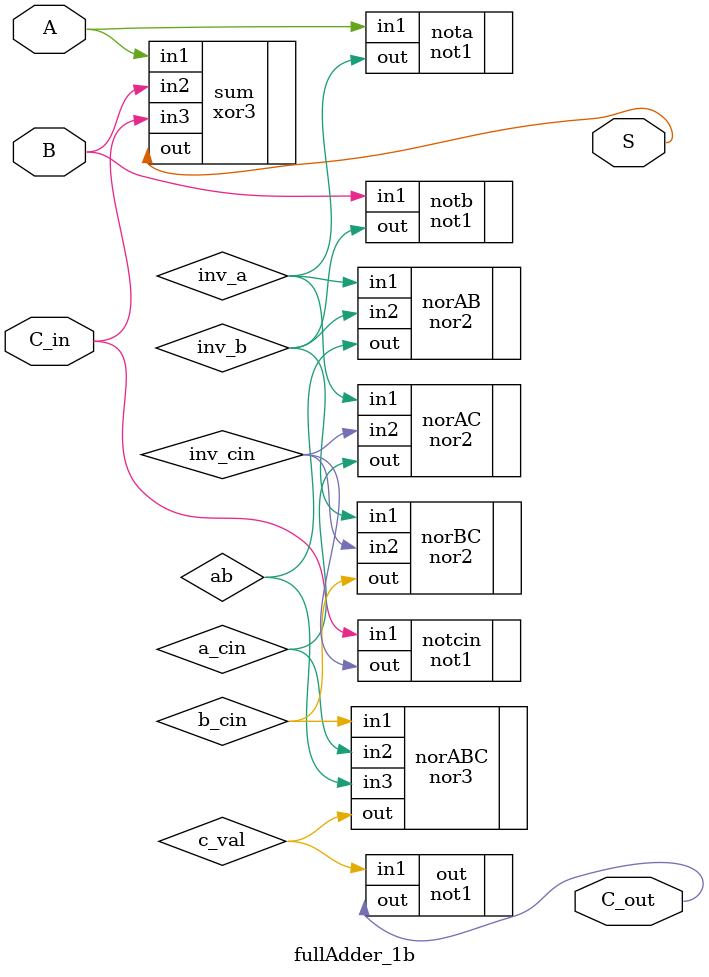
<source format=v>
/*
    CS/ECE 552 Spring '19
    Homework #3, Problem 2

    a 1-bit full adder
*/
module fullAdder_1b(A, B, C_in, S, C_out);
    input  A, B;
    input  C_in;
    output S;
    output C_out;

    // YOUR CODE HERE
    wire inv_a, inv_b, inv_cin;
    wire b_cin, a_cin, ab, c_val;

    not1 nota (.out(inv_a), .in1(A));
    not1 notb (.out(inv_b), .in1(B));
    not1 notcin (.out(inv_cin), .in1(C_in));

    nor2 norBC (.out(b_cin), .in1(inv_b), .in2(inv_cin));
    nor2 norAC (.out(a_cin), .in1(inv_a), .in2(inv_cin));
    nor2 norAB (.out(ab), .in1(inv_a), .in2(inv_b));

    nor3 norABC (.out(c_val), .in1(b_cin), .in2(a_cin), .in3(ab));
    xor3 sum (.out(S),.in1(A),.in2(B),.in3(C_in));

    not1 out (.out(C_out),.in1(c_val));
endmodule

</source>
